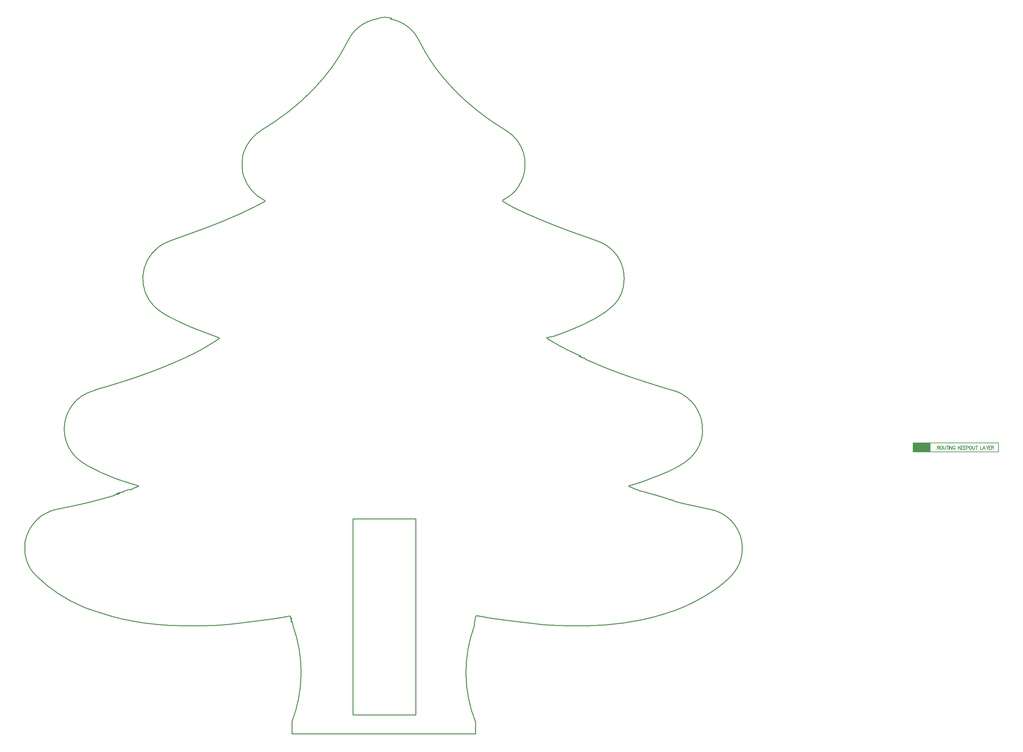
<source format=gko>
G04 Layer_Color=16711935*
%FSLAX44Y44*%
%MOMM*%
G71*
G01*
G75*
%ADD44C,0.1270*%
%ADD54R,4.8260X2.4130*%
%ADD70C,0.2500*%
D44*
X2932040Y1538516D02*
X3165721D01*
Y1514386D02*
Y1538516D01*
X2932040Y1514386D02*
Y1538516D01*
Y1514386D02*
X3165721D01*
X2998080Y1530132D02*
Y1521244D01*
Y1530132D02*
X3001890D01*
X3003159Y1529709D01*
X3003582Y1529285D01*
X3004006Y1528439D01*
Y1527592D01*
X3003582Y1526746D01*
X3003159Y1526323D01*
X3001890Y1525899D01*
X2998080D01*
X3001043D02*
X3004006Y1521244D01*
X3008535Y1530132D02*
X3007688Y1529709D01*
X3006841Y1528862D01*
X3006418Y1528015D01*
X3005995Y1526746D01*
Y1524630D01*
X3006418Y1523360D01*
X3006841Y1522513D01*
X3007688Y1521667D01*
X3008535Y1521244D01*
X3010227D01*
X3011074Y1521667D01*
X3011920Y1522513D01*
X3012344Y1523360D01*
X3012767Y1524630D01*
Y1526746D01*
X3012344Y1528015D01*
X3011920Y1528862D01*
X3011074Y1529709D01*
X3010227Y1530132D01*
X3008535D01*
X3014841D02*
Y1523783D01*
X3015264Y1522513D01*
X3016111Y1521667D01*
X3017380Y1521244D01*
X3018227D01*
X3019496Y1521667D01*
X3020343Y1522513D01*
X3020766Y1523783D01*
Y1530132D01*
X3026184D02*
Y1521244D01*
X3023221Y1530132D02*
X3029146D01*
X3030204D02*
Y1521244D01*
X3032067Y1530132D02*
Y1521244D01*
Y1530132D02*
X3037992Y1521244D01*
Y1530132D02*
Y1521244D01*
X3046796Y1528015D02*
X3046372Y1528862D01*
X3045526Y1529709D01*
X3044679Y1530132D01*
X3042986D01*
X3042140Y1529709D01*
X3041294Y1528862D01*
X3040870Y1528015D01*
X3040447Y1526746D01*
Y1524630D01*
X3040870Y1523360D01*
X3041294Y1522513D01*
X3042140Y1521667D01*
X3042986Y1521244D01*
X3044679D01*
X3045526Y1521667D01*
X3046372Y1522513D01*
X3046796Y1523360D01*
Y1524630D01*
X3044679D02*
X3046796D01*
X3055811Y1530132D02*
Y1521244D01*
X3061736Y1530132D02*
X3055811Y1524206D01*
X3057927Y1526323D02*
X3061736Y1521244D01*
X3069228Y1530132D02*
X3063725D01*
Y1521244D01*
X3069228D01*
X3063725Y1525899D02*
X3067111D01*
X3076211Y1530132D02*
X3070709D01*
Y1521244D01*
X3076211D01*
X3070709Y1525899D02*
X3074095D01*
X3077692Y1525476D02*
X3081501D01*
X3082771Y1525899D01*
X3083195Y1526323D01*
X3083618Y1527169D01*
Y1528439D01*
X3083195Y1529285D01*
X3082771Y1529709D01*
X3081501Y1530132D01*
X3077692D01*
Y1521244D01*
X3088146Y1530132D02*
X3087300Y1529709D01*
X3086454Y1528862D01*
X3086030Y1528015D01*
X3085607Y1526746D01*
Y1524630D01*
X3086030Y1523360D01*
X3086454Y1522513D01*
X3087300Y1521667D01*
X3088146Y1521244D01*
X3089839D01*
X3090686Y1521667D01*
X3091532Y1522513D01*
X3091956Y1523360D01*
X3092379Y1524630D01*
Y1526746D01*
X3091956Y1528015D01*
X3091532Y1528862D01*
X3090686Y1529709D01*
X3089839Y1530132D01*
X3088146D01*
X3094453D02*
Y1523783D01*
X3094876Y1522513D01*
X3095722Y1521667D01*
X3096992Y1521244D01*
X3097839D01*
X3099108Y1521667D01*
X3099955Y1522513D01*
X3100378Y1523783D01*
Y1530132D01*
X3105796D02*
Y1521244D01*
X3102833Y1530132D02*
X3108758D01*
X3116800D02*
Y1521244D01*
X3121879D01*
X3129624D02*
X3126238Y1530132D01*
X3122852Y1521244D01*
X3124122Y1524206D02*
X3128354D01*
X3131698Y1530132D02*
X3135084Y1525899D01*
Y1521244D01*
X3138470Y1530132D02*
X3135084Y1525899D01*
X3145115Y1530132D02*
X3139613D01*
Y1521244D01*
X3145115D01*
X3139613Y1525899D02*
X3142999D01*
X3146596Y1530132D02*
Y1521244D01*
Y1530132D02*
X3150405D01*
X3151675Y1529709D01*
X3152098Y1529285D01*
X3152522Y1528439D01*
Y1527592D01*
X3152098Y1526746D01*
X3151675Y1526323D01*
X3150405Y1525899D01*
X3146596D01*
X3149559D02*
X3152522Y1521244D01*
D54*
X2956170Y1526451D02*
D03*
D70*
X1732652Y1047951D02*
G03*
X1731850Y1038600I15416J-6033D01*
G01*
X1849849Y1050049D02*
G03*
X1913046Y1042623I158977J1080352D01*
G01*
X1505570Y2699280D02*
G03*
X1466864Y2698454I-18214J-53787D01*
G01*
X696570Y1684280D02*
G03*
X734321Y1695075I-11237601J39371284D01*
G01*
X1731850Y1038600D02*
G03*
X1735136Y775715I341681J-127193D01*
G01*
X1232740Y775710D02*
G03*
X1236026Y1038595I-352137J135864D01*
G01*
X502545Y1269877D02*
G03*
X503649Y1269780I557J2D01*
G01*
X507792Y1285850D02*
G03*
X503649Y1269780I107110J-36184D01*
G01*
X514133Y1300519D02*
G03*
X507792Y1285850I85854J-45814D01*
G01*
X522916Y1314201D02*
G03*
X514133Y1300519I80352J-61247D01*
G01*
X534356Y1327323D02*
G03*
X522917Y1314201I94001J-93493D01*
G01*
X541249Y1333994D02*
G03*
X534356Y1327323I171254J-183852D01*
G01*
X546418Y1338320D02*
G03*
X541249Y1333994I38199J-50885D01*
G01*
X551713Y1341831D02*
G03*
X546418Y1338321I27266J-46886D01*
G01*
X558880Y1345734D02*
G03*
X551713Y1341831I65890J-129527D01*
G01*
X568893Y1350547D02*
G03*
X558880Y1345734I102382J-225766D01*
G01*
X576794Y1353672D02*
G03*
X568893Y1350547I27783J-81809D01*
G01*
X585258Y1356116D02*
G03*
X576794Y1353672I22170J-92654D01*
G01*
X597238Y1358760D02*
G03*
X585258Y1356116I68766J-340094D01*
G01*
X597238Y1358760D02*
G03*
X613189Y1362012I-1005664J4973697D01*
G01*
Y1362012D02*
G03*
X628532Y1365194I-876345J4263630D01*
G01*
X628532Y1365194D02*
G03*
X642703Y1368188I-771063J3684246D01*
G01*
X642703Y1368188D02*
G03*
X655090Y1370868I-461557J2163785D01*
G01*
X655090D02*
G03*
X682661Y1377399I-181609J828102D01*
G01*
X682661Y1377399D02*
G03*
X714670Y1385908I-389083J1528159D01*
G01*
X714670Y1385908D02*
G03*
X747283Y1395009I-2478496J8944450D01*
G01*
X747283Y1395009D02*
G03*
X747687Y1396526I-247J878D01*
G01*
X747734Y1396760D02*
G03*
X747687Y1396526I55J-133D01*
G01*
X748459Y1396993D02*
G03*
X747734Y1396761I1032J-4452D01*
G01*
X749614Y1397192D02*
G03*
X748459Y1396993I1143J-10116D01*
G01*
X751100Y1397317D02*
G03*
X749614Y1397192I1462J-26219D01*
G01*
X751100Y1397317D02*
G03*
X752937Y1397547I-749J13441D01*
G01*
D02*
G03*
X755199Y1398073I-6316J32267D01*
G01*
X755199D02*
G03*
X757499Y1398782I-8991J33272D01*
G01*
D02*
G03*
X759474Y1399580I-6950J20038D01*
G01*
X759474Y1399580D02*
G03*
X762494Y1400988I-361326J779015D01*
G01*
X762494D02*
G03*
X762744Y1401232I-224J479D01*
G01*
X762744Y1401232D02*
G03*
X762646Y1401360I-81J40D01*
G01*
X762646Y1401360D02*
G03*
X760103Y1400852I63401J-323603D01*
G01*
X753396Y1399494D02*
G03*
X760103Y1400852I-414042J2063140D01*
G01*
X752998Y1399691D02*
G03*
X753396Y1399494I327J161D01*
G01*
X753140Y1400030D02*
G03*
X752998Y1399691I77J-232D01*
G01*
X759474Y1402131D02*
G03*
X753140Y1400030I598390J-1815013D01*
G01*
X763270Y1403270D02*
G03*
X759474Y1402131I19370J-71409D01*
G01*
X766874Y1404122D02*
G03*
X763270Y1403270I11185J-55370D01*
G01*
X769915Y1404643D02*
G03*
X766874Y1404122I7171J-51076D01*
G01*
X771422Y1404544D02*
G03*
X769915Y1404642I-990J-3577D01*
G01*
X771421Y1404544D02*
G03*
X772503Y1404270I6673J24114D01*
G01*
X772503Y1404271D02*
G03*
X772897Y1404304I144J629D01*
G01*
X772897Y1404304D02*
G03*
X772931Y1404496I-45J107D01*
G01*
Y1404496D02*
G03*
X772373Y1404943I-3733J-4090D01*
G01*
X772534Y1406337D02*
G03*
X772373Y1404943I296J-741D01*
G01*
X779604Y1408885D02*
G03*
X772534Y1406337I33703J-104600D01*
G01*
X787245Y1411048D02*
G03*
X779604Y1408885I26285J-107451D01*
G01*
X790934Y1410924D02*
G03*
X787245Y1411048I-2066J-6510D01*
G01*
X790934Y1410924D02*
G03*
X791964Y1410693I1828J5758D01*
G01*
Y1410694D02*
G03*
X792753Y1410747I263J1973D01*
G01*
Y1410747D02*
G03*
X793242Y1411069I-250J910D01*
G01*
X793242D02*
G03*
X793430Y1411608I-677J539D01*
G01*
X793587Y1412112D02*
G03*
X793430Y1411608I731J-503D01*
G01*
X794001Y1412435D02*
G03*
X793587Y1412112I305J-818D01*
G01*
X794632Y1412515D02*
G03*
X794001Y1412435I-143J-1390D01*
G01*
X795382Y1412336D02*
G03*
X794632Y1412516I-1050J-2735D01*
G01*
X795382Y1412336D02*
G03*
X796089Y1412123I1818J4740D01*
G01*
D02*
G03*
X796554Y1412142I198J880D01*
G01*
X796554Y1412142D02*
G03*
X796725Y1412362I-72J232D01*
G01*
X796724Y1412362D02*
G03*
X796631Y1412725I-632J31D01*
G01*
X796769Y1413307D02*
G03*
X796631Y1412725I221J-360D01*
G01*
X798631Y1414344D02*
G03*
X796769Y1413307I11165J-22235D01*
G01*
X801217Y1415493D02*
G03*
X798631Y1414344I10809J-27824D01*
G01*
X804426Y1416639D02*
G03*
X801217Y1415493I19338J-59191D01*
G01*
X804426Y1416639D02*
G03*
X807751Y1417766I-49642J151942D01*
G01*
Y1417766D02*
G03*
X810711Y1418856I-34529J98315D01*
G01*
X810711Y1418856D02*
G03*
X813160Y1419829I-46663J121017D01*
G01*
X813160Y1419829D02*
G03*
X813889Y1420288I-946J2312D01*
G01*
X813889D02*
G03*
X813793Y1420773I-193J214D01*
G01*
X813793D02*
G03*
X808936Y1422467I-110409J-308907D01*
G01*
X808936Y1422467D02*
G03*
X802961Y1424377I-55438J-163134D01*
G01*
X802961Y1424377D02*
G03*
X795671Y1426479I-105089J-350659D01*
G01*
X752808Y1440302D02*
G03*
X795671Y1426479I187854J509145D01*
G01*
X710425Y1457859D02*
G03*
X752808Y1440302I244597J530507D01*
G01*
X673268Y1476882D02*
G03*
X710425Y1457859I249679J441918D01*
G01*
X647035Y1495010D02*
G03*
X673268Y1476882I113100J135623D01*
G01*
X640224Y1501563D02*
G03*
X647035Y1495010I49476J44608D01*
G01*
X633022Y1510258D02*
G03*
X640224Y1501563I107182J81448D01*
G01*
X626370Y1519805D02*
G03*
X633022Y1510258I118829J75696D01*
G01*
X621208Y1528997D02*
G03*
X626370Y1519805I85346J41887D01*
G01*
X611658Y1558226D02*
G03*
X621208Y1528997I108127J19152D01*
G01*
X610712Y1588685D02*
G03*
X611658Y1558226I105325J-11971D01*
G01*
X618488Y1618364D02*
G03*
X610712Y1588685I99108J-41827D01*
G01*
X634428Y1645308D02*
G03*
X618488Y1618364I91322J-72212D01*
G01*
X645527Y1657192D02*
G03*
X634428Y1645308I66589J-73316D01*
G01*
X658422Y1667101D02*
G03*
X645527Y1657192I53707J-83238D01*
G01*
X673451Y1675222D02*
G03*
X658422Y1667101I44701J-100692D01*
G01*
X690933Y1681766D02*
G03*
X673451Y1675222I46104J-149776D01*
G01*
X697736Y1683857D02*
G03*
X690933Y1681766I2650254J-8634402D01*
G01*
X734321Y1695075D02*
G03*
X776722Y1708364I-1001954J3271210D01*
G01*
X776722D02*
G03*
X812426Y1720230I-539232J1682150D01*
G01*
Y1720230D02*
G03*
X844830Y1731816I-471326J1369289D01*
G01*
Y1731816D02*
G03*
X877064Y1744208I-510843J1376874D01*
G01*
X877064Y1744208D02*
G03*
X908395Y1757154I-481148J1208894D01*
G01*
X908395Y1757154D02*
G03*
X939260Y1770864I-504816J1178059D01*
G01*
Y1770864D02*
G03*
X966710Y1783958I-458063J995628D01*
G01*
X966710Y1783958D02*
G03*
X987107Y1794836I-165115J334150D01*
G01*
X987107Y1794836D02*
G03*
X1000454Y1802760I-260703J454297D01*
G01*
X1000454D02*
G03*
X1016944Y1813058I-667463J1087159D01*
G01*
Y1813058D02*
G03*
X1034307Y1824110I-5630042J8864388D01*
G01*
X1034308Y1824110D02*
G03*
X1034892Y1825186I-680J1066D01*
G01*
X1034892Y1825186D02*
G03*
X1034603Y1825604I-452J-3D01*
G01*
X1034603Y1825604D02*
G03*
X1023345Y1829952I-3592605J-9286524D01*
G01*
X1023345Y1829952D02*
G03*
X1010658Y1834765I-460261J-1194005D01*
G01*
X1010658Y1834765D02*
G03*
X995591Y1840335I-875167J-2344160D01*
G01*
X975195Y1848002D02*
G03*
X995591Y1840335I453023J1174247D01*
G01*
X957761Y1854999D02*
G03*
X975195Y1848002I268629J644101D01*
G01*
X941222Y1862174D02*
G03*
X957761Y1854999I260968J578911D01*
G01*
X923596Y1870361D02*
G03*
X941222Y1862174I369860J773167D01*
G01*
X898376Y1882910D02*
G03*
X923596Y1870361I417533J807556D01*
G01*
X880675Y1892974D02*
G03*
X898376Y1882910I135144J217086D01*
G01*
X867211Y1902383D02*
G03*
X880675Y1892974I95211J121903D01*
G01*
X855684Y1912639D02*
G03*
X867211Y1902383I85737J84759D01*
G01*
X831779Y1950108D02*
G03*
X855684Y1912639I99090J36858D01*
G01*
X825223Y1994290D02*
G03*
X831779Y1950108I107544J-6618D01*
G01*
X837148Y2037485D02*
G03*
X825223Y1994290I96419J-49862D01*
G01*
X865500Y2072150D02*
G03*
X837148Y2037485I67830J-84405D01*
G01*
X875427Y2079221D02*
G03*
X865499Y2072150I55922J-89011D01*
G01*
X886165Y2085143D02*
G03*
X875427Y2079221I46536J-97083D01*
G01*
X900176Y2091158D02*
G03*
X886165Y2085143I65502J-171898D01*
G01*
X921081Y2098792D02*
G03*
X900176Y2091158I263395J-753719D01*
G01*
X921081Y2098792D02*
G03*
X987951Y2122848I-1283934J3674030D01*
G01*
X987951Y2122848D02*
G03*
X1042666Y2144104I-632990J1710378D01*
G01*
X1042666Y2144104D02*
G03*
X1089401Y2164175I-505029J1240439D01*
G01*
X1089401D02*
G03*
X1131672Y2184532I-399749J884145D01*
G01*
X1131672Y2184532D02*
G03*
X1141646Y2189674I-851418J1663852D01*
G01*
X1141646D02*
G03*
X1150317Y2194226I-500854J964440D01*
G01*
X1150317Y2194226D02*
G03*
X1157726Y2198176I-1081391J2037245D01*
G01*
X1157726Y2198176D02*
G03*
X1159031Y2199055I-3702J6911D01*
G01*
X1159032D02*
G03*
X1159434Y2199892I-711J857D01*
G01*
X1159434Y2199892D02*
G03*
X1159081Y2200790I-1262J22D01*
G01*
X1159081Y2200790D02*
G03*
X1157666Y2201907I-4781J-4601D01*
G01*
X1157666Y2201907D02*
G03*
X1154694Y2203562I-36062J-61265D01*
G01*
X1137215Y2215024D02*
G03*
X1154694Y2203562I68075J84752D01*
G01*
X1122222Y2229636D02*
G03*
X1137215Y2215024I83520J70702D01*
G01*
X1110175Y2246965D02*
G03*
X1122222Y2229636I96973J54563D01*
G01*
X1101433Y2266479D02*
G03*
X1110175Y2246965I110881J37955D01*
G01*
X1098929Y2274435D02*
G03*
X1101433Y2266479I161330J46412D01*
G01*
X1097804Y2279921D02*
G03*
X1098929Y2274435I35690J4458D01*
G01*
X1097347Y2286455D02*
G03*
X1097804Y2279921I60307J942D01*
G01*
X1097236Y2300082D02*
G03*
X1097347Y2286455I908755J558D01*
G01*
X1097330Y2313631D02*
G03*
X1097236Y2300082I892695J-12998D01*
G01*
X1097777Y2320222D02*
G03*
X1097330Y2313631I61732J-7497D01*
G01*
X1098881Y2325750D02*
G03*
X1097777Y2320222I35684J-9995D01*
G01*
X1101314Y2333665D02*
G03*
X1098881Y2325750I155786J-52233D01*
G01*
X1109278Y2351550D02*
G03*
X1101314Y2333665I89439J-50543D01*
G01*
X1120712Y2368221D02*
G03*
X1109278Y2351550I90134J-74069D01*
G01*
X1135076Y2382943D02*
G03*
X1120712Y2368222I78969J-91419D01*
G01*
X1151745Y2395034D02*
G03*
X1135076Y2382943I62673J-103942D01*
G01*
X1151745Y2395034D02*
G03*
X1225430Y2445765I-382860J634968D01*
G01*
X1225430Y2445765D02*
G03*
X1289555Y2503260I-392441J502204D01*
G01*
X1289555Y2503260D02*
G03*
X1342616Y2566082I-415863J405067D01*
G01*
Y2566082D02*
G03*
X1383268Y2632728I-381377J278346D01*
G01*
X1390927Y2646731D02*
G03*
X1383268Y2632728I192881J-114598D01*
G01*
X1398431Y2657786D02*
G03*
X1390927Y2646731I87914J-67747D01*
G01*
X1406695Y2667164D02*
G03*
X1398431Y2657787I67027J-67397D01*
G01*
X1416624Y2676013D02*
G03*
X1406695Y2667164I75915J-95168D01*
G01*
X1427769Y2683678D02*
G03*
X1416624Y2676013I48355J-82255D01*
G01*
X1440532Y2690188D02*
G03*
X1427769Y2683678I48016J-109899D01*
G01*
X1453910Y2695100D02*
G03*
X1440532Y2690188I34174J-113750D01*
G01*
X1466897Y2697979D02*
G03*
X1453910Y2695100I13002J-89382D01*
G01*
X1466897Y2697979D02*
G03*
X1466864Y2698454I-34J236D01*
G01*
X1516474Y2694042D02*
G03*
X1502948Y2697413I-32545J-101741D01*
G01*
X1529447Y2688937D02*
G03*
X1516474Y2694042I-45542J-96707D01*
G01*
X1541765Y2682132D02*
G03*
X1529447Y2688937I-58742J-91776D01*
G01*
X1553333Y2673686D02*
G03*
X1541765Y2682132I-74591J-90020D01*
G01*
X1561679Y2665945D02*
G03*
X1553333Y2673686I-73383J-70748D01*
G01*
X1568858Y2657529D02*
G03*
X1561679Y2665945I-72662J-54715D01*
G01*
X1575624Y2647456D02*
G03*
X1568858Y2657529I-96636J-57598D01*
G01*
X1582754Y2634615D02*
G03*
X1575624Y2647455I-212894J-109805D01*
G01*
X1582754Y2634615D02*
G03*
X1596822Y2608625I658156J339457D01*
G01*
X1596822Y2608625D02*
G03*
X1610357Y2586298I393142J223062D01*
G01*
Y2586299D02*
G03*
X1624761Y2565415I355713J229946D01*
G01*
X1624761Y2565415D02*
G03*
X1641442Y2543827I456205J335265D01*
G01*
X1641442Y2543827D02*
G03*
X1663126Y2518520I488497J396614D01*
G01*
X1663126Y2518520D02*
G03*
X1685616Y2495018I423828J383070D01*
G01*
X1685616Y2495018D02*
G03*
X1709822Y2472422I416764J422198D01*
G01*
X1709822Y2472422D02*
G03*
X1736662Y2449833I494290J560068D01*
G01*
X1736662D02*
G03*
X1754424Y2435945I563596J702493D01*
G01*
X1754424D02*
G03*
X1770627Y2424044I345542J453511D01*
G01*
X1770627Y2424044D02*
G03*
X1786986Y2412905I317834J449154D01*
G01*
X1786986Y2412905D02*
G03*
X1805203Y2401331I425999J650411D01*
G01*
X1823362Y2389599D02*
G03*
X1805205Y2401330I-281486J-415753D01*
G01*
X1835382Y2380361D02*
G03*
X1823360Y2389600I-82841J-95358D01*
G01*
X1844453Y2371170D02*
G03*
X1835382Y2380361I-64292J-54375D01*
G01*
X1852834Y2359953D02*
G03*
X1844453Y2371170I-97058J-63783D01*
G01*
X1860851Y2345712D02*
G03*
X1852834Y2359954I-107511J-51143D01*
G01*
X1866366Y2331221D02*
G03*
X1860851Y2345712I-92737J-27000D01*
G01*
X1869511Y2315969D02*
G03*
X1866366Y2331221I-96774J-12008D01*
G01*
X1870448Y2299453D02*
G03*
X1869511Y2315969I-123962J1252D01*
G01*
X1869804Y2286726D02*
G03*
X1870448Y2299453I-156912J14317D01*
G01*
X1868121Y2275841D02*
G03*
X1869804Y2286726I-86265J18910D01*
G01*
X1865157Y2265553D02*
G03*
X1868121Y2275841I-77804J27994D01*
G01*
X1860629Y2254659D02*
G03*
X1865156Y2265553I-109936J52076D01*
G01*
X1852433Y2239517D02*
G03*
X1860629Y2254659I-136687J83775D01*
G01*
X1843560Y2227341D02*
G03*
X1852433Y2239517I-71612J61504D01*
G01*
X1821750Y2209391D02*
G03*
X1833499Y2217501I-42717J74453D01*
G01*
X1821750Y2209391D02*
G03*
X1817659Y2207025I354203J-617312D01*
G01*
X1817659Y2207025D02*
G03*
X1813850Y2204786I273742J-469885D01*
G01*
X1813850Y2204786D02*
G03*
X1810663Y2202879I279797J-471380D01*
G01*
X1810663Y2202879D02*
G03*
X1809264Y2201980I14812J-24574D01*
G01*
X1809264Y2201980D02*
G03*
X1808866Y2200755I596J-871D01*
G01*
D02*
G03*
X1809946Y2199224I3281J1169D01*
G01*
X1809946Y2199225D02*
G03*
X1813376Y2196800I19390J23786D01*
G01*
X1813376Y2196800D02*
G03*
X1821841Y2191728I359461J590370D01*
G01*
X1821840Y2191728D02*
G03*
X1836696Y2183540I149044J252835D01*
G01*
D02*
G03*
X1855124Y2174444I287074J558422D01*
G01*
X1855125Y2174444D02*
G03*
X1878210Y2163884I415596J877952D01*
G01*
D02*
G03*
X1907701Y2151085I997470J2257949D01*
G01*
D02*
G03*
X1932025Y2141028I472694J1108864D01*
G01*
X1932024Y2141028D02*
G03*
X1961605Y2129388I947740J2365128D01*
G01*
X1961605Y2129388D02*
G03*
X1991012Y2118239I908114J2350767D01*
G01*
X1991012Y2118239D02*
G03*
X2014688Y2109754I363055J975861D01*
G01*
X2042706Y2099980D02*
G03*
X2014688Y2109754I-1349338J-3822659D01*
G01*
X2062918Y2092632D02*
G03*
X2042706Y2099980I-403181J-1077597D01*
G01*
X2077451Y2087012D02*
G03*
X2062918Y2092632I-263017J-658513D01*
G01*
X2085028Y2083437D02*
G03*
X2077451Y2087012I-33138J-60422D01*
G01*
X2108914Y2066056D02*
G03*
X2085028Y2083437I-79776J-84526D01*
G01*
X2126816Y2043685D02*
G03*
X2108914Y2066056I-88670J-52609D01*
G01*
X2137856Y2017274D02*
G03*
X2126816Y2043685I-99520J-26087D01*
G01*
X2141622Y1988052D02*
G03*
X2137856Y2017274I-115249J-0D01*
G01*
X2139785Y1966737D02*
G03*
X2141622Y1988052I-122733J21315D01*
G01*
X2134320Y1947327D02*
G03*
X2139785Y1966737I-91615J36269D01*
G01*
X2125239Y1930021D02*
G03*
X2134320Y1947328I-76572J51216D01*
G01*
X2112678Y1914941D02*
G03*
X2125239Y1930021I-65288J67151D01*
G01*
X2091547Y1897430D02*
G03*
X2112678Y1914941I-99514J141596D01*
G01*
X2063835Y1879828D02*
G03*
X2091547Y1897430I-174437J305239D01*
G01*
X2030727Y1862699D02*
G03*
X2063835Y1879828I-188597J405081D01*
G01*
X1993116Y1846614D02*
G03*
X2030727Y1862699I-235524J602737D01*
G01*
X1981737Y1842188D02*
G03*
X1993116Y1846614I-1427727J3687328D01*
G01*
X1971947Y1838425D02*
G03*
X1981737Y1842188I-769408J2016149D01*
G01*
X1963361Y1835154D02*
G03*
X1971947Y1838425I-2835116J7454798D01*
G01*
X1962408Y1834895D02*
G03*
X1963361Y1835154I-830J4947D01*
G01*
X1962408Y1834895D02*
G03*
X1961815Y1834746I626J-3733D01*
G01*
D02*
G03*
X1961058Y1834458I3669J-10785D01*
G01*
X1961058Y1834458D02*
G03*
X1960272Y1834093I4816J-11428D01*
G01*
X1960273D02*
G03*
X1959579Y1833702I4022J-7940D01*
G01*
X1958974Y1833398D02*
G03*
X1959578Y1833702I-1337J3412D01*
G01*
X1958463Y1833307D02*
G03*
X1958974Y1833398I29J1321D01*
G01*
X1958128Y1833436D02*
G03*
X1958463Y1833307I346J400D01*
G01*
X1957987Y1833737D02*
G03*
X1958128Y1833436I409J8D01*
G01*
X1957987Y1833737D02*
G03*
X1957883Y1833965I-314J-6D01*
G01*
X1957883Y1833965D02*
G03*
X1957677Y1833988I-119J-133D01*
G01*
X1957677Y1833988D02*
G03*
X1957349Y1833710I545J-976D01*
G01*
X1957349Y1833710D02*
G03*
X1956957Y1833163I4810J-3850D01*
G01*
X1955479Y1832033D02*
G03*
X1956957Y1833163I-795J2572D01*
G01*
X1950441Y1830616D02*
G03*
X1955480Y1832033I-25055J98761D01*
G01*
X1943406Y1829040D02*
G03*
X1950441Y1830617I-24685J126618D01*
G01*
X1933628Y1827244D02*
G03*
X1943407Y1829040I-76986J446817D01*
G01*
X1936772Y1821030D02*
G03*
X1950237Y1812586I149123J222841D01*
G01*
X1950237D02*
G03*
X1967155Y1803031I300516J512347D01*
G01*
X1967154Y1803031D02*
G03*
X1985071Y1793665I300168J552393D01*
G01*
X1985071Y1793666D02*
G03*
X2001709Y1785743I195038J388184D01*
G01*
X2010028Y1781961D02*
G03*
X2001709Y1785743I-529210J-1152747D01*
G01*
X2017031Y1778695D02*
G03*
X2010028Y1781961I-278937J-589080D01*
G01*
X2023223Y1775758D02*
G03*
X2017031Y1778695I-1895878J-3987815D01*
G01*
X2023404Y1775471D02*
G03*
X2023222Y1775758I-318J-0D01*
G01*
X2023242Y1775307D02*
G03*
X2023404Y1775471I-3J164D01*
G01*
X2022388Y1775326D02*
G03*
X2023242Y1775307I684J11092D01*
G01*
X2021272Y1775446D02*
G03*
X2022388Y1775326I1884J12344D01*
G01*
X2019945Y1775684D02*
G03*
X2021272Y1775446I5213J25215D01*
G01*
X2019945Y1775684D02*
G03*
X2017975Y1776070I-19911J-96289D01*
G01*
Y1776070D02*
G03*
X2017875Y1775917I-18J-98D01*
G01*
X2017875Y1775917D02*
G03*
X2018241Y1775605I755J516D01*
G01*
X2018241Y1775605D02*
G03*
X2020817Y1774409I150805J321341D01*
G01*
Y1774409D02*
G03*
X2022600Y1773695I7995J17396D01*
G01*
X2022600Y1773696D02*
G03*
X2024377Y1773196I5304J15460D01*
G01*
X2024377Y1773196D02*
G03*
X2025917Y1772949I2881J13038D01*
G01*
X2025917Y1772949D02*
G03*
X2026856Y1773075I206J2037D01*
G01*
X2027470Y1773254D02*
G03*
X2026856Y1773075I783J-3819D01*
G01*
X2027861Y1773211D02*
G03*
X2027470Y1773254I-262J-588D01*
G01*
X2027996Y1772986D02*
G03*
X2027861Y1773211I-228J16D01*
G01*
X2027878Y1772619D02*
G03*
X2027996Y1772986I-686J424D01*
G01*
X2027878Y1772619D02*
G03*
X2027965Y1771630I706J-436D01*
G01*
X2027965D02*
G03*
X2029206Y1770768I2425J2168D01*
G01*
X2029205D02*
G03*
X2031022Y1770402I1953J4993D01*
G01*
Y1770402D02*
G03*
X2032515Y1770805I69J2708D01*
G01*
X2032990Y1771054D02*
G03*
X2032515Y1770805I1509J-3460D01*
G01*
X2033240Y1771033D02*
G03*
X2032990Y1771054I-145J-219D01*
G01*
X2033305Y1770833D02*
G03*
X2033240Y1771033I-159J59D01*
G01*
X2033103Y1770417D02*
G03*
X2033305Y1770833I-1978J1222D01*
G01*
X2033103Y1770418D02*
G03*
X2033365Y1769312I683J-422D01*
G01*
X2033365Y1769312D02*
G03*
X2037324Y1767052I36131J58676D01*
G01*
X2037324Y1767052D02*
G03*
X2043436Y1764077I48324J91534D01*
G01*
X2043436Y1764077D02*
G03*
X2052958Y1759935I216747J485269D01*
G01*
X2055550Y1758832D02*
G03*
X2052958Y1759935I-283654J-662670D01*
G01*
X2058138Y1757718D02*
G03*
X2055550Y1758832I-286290J-661699D01*
G01*
X2060394Y1756737D02*
G03*
X2058138Y1757718I-258226J-590627D01*
G01*
X2061762Y1756126D02*
G03*
X2060394Y1756737I-40104J-87985D01*
G01*
X2061762Y1756126D02*
G03*
X2081277Y1747729I206525J453117D01*
G01*
Y1747729D02*
G03*
X2106761Y1737702I508763J1255556D01*
G01*
X2106761Y1737702D02*
G03*
X2135242Y1727136I567986J1487407D01*
G01*
X2135242Y1727136D02*
G03*
X2164260Y1716986I565757J1570892D01*
G01*
Y1716986D02*
G03*
X2190455Y1708338I528996J1558210D01*
G01*
X2190454Y1708337D02*
G03*
X2225848Y1697117I1612372J5024672D01*
G01*
Y1697117D02*
G03*
X2260215Y1686459I1950826J6229612D01*
G01*
X2260215D02*
G03*
X2276190Y1681935I110802J360797D01*
G01*
X2289360Y1677413D02*
G03*
X2276190Y1681935I-35970J-83314D01*
G01*
X2302162Y1670798D02*
G03*
X2289360Y1677413I-54025J-88864D01*
G01*
X2314271Y1662268D02*
G03*
X2302163Y1670798I-69207J-85388D01*
G01*
X2325372Y1652035D02*
G03*
X2314271Y1662268I-85794J-81925D01*
G01*
X2331309Y1645497D02*
G03*
X2325372Y1652035I-133672J-115438D01*
G01*
X2335438Y1640150D02*
G03*
X2331309Y1645497I-50749J-34915D01*
G01*
X2339138Y1634138D02*
G03*
X2335438Y1640150I-60894J-33334D01*
G01*
X2343758Y1625309D02*
G03*
X2339138Y1634138I-237877J-118862D01*
G01*
X2349688Y1612216D02*
G03*
X2343758Y1625309I-174574J-71173D01*
G01*
X2353091Y1601527D02*
G03*
X2349688Y1612216I-69262J-16163D01*
G01*
X2354845Y1590176D02*
G03*
X2353091Y1601527I-75469J-5850D01*
G01*
X2355527Y1574875D02*
G03*
X2354845Y1590176I-233671J-2761D01*
G01*
X2355509Y1565669D02*
G03*
X2355527Y1574875I-333514J5268D01*
G01*
X2355155Y1559302D02*
G03*
X2355509Y1565669I-79651J7629D01*
G01*
X2354352Y1553822D02*
G03*
X2355154Y1559302I-54562J10784D01*
G01*
X2352926Y1547720D02*
G03*
X2354353Y1553822I-87750J23728D01*
G01*
X2348153Y1534075D02*
G03*
X2352926Y1547720I-91631J39711D01*
G01*
X2341379Y1520972D02*
G03*
X2348153Y1534075I-92547J56147D01*
G01*
X2332769Y1508717D02*
G03*
X2341379Y1520972I-86827J70156D01*
G01*
X2322522Y1497604D02*
G03*
X2332769Y1508717I-79857J83917D01*
G01*
X2306818Y1484991D02*
G03*
X2322522Y1497604I-67120J99648D01*
G01*
X2285550Y1472012D02*
G03*
X2306818Y1484991I-133971J243450D01*
G01*
X2260626Y1459608D02*
G03*
X2285550Y1472012I-137665J307861D01*
G01*
X2233651Y1448698D02*
G03*
X2260626Y1459608I-137239J378137D01*
G01*
X2233651Y1448698D02*
G03*
X2225801Y1445795I231845J-638824D01*
G01*
X2225801Y1445795D02*
G03*
X2217476Y1442608I308383J-818130D01*
G01*
X2217476Y1442608D02*
G03*
X2209872Y1439608I287695J-740304D01*
G01*
X2209872Y1439608D02*
G03*
X2204504Y1437371I78179J-195194D01*
G01*
X2199072Y1435207D02*
G03*
X2204504Y1437371I-34003J93245D01*
G01*
X2191232Y1432442D02*
G03*
X2199072Y1435207I-126044J369908D01*
G01*
X2182577Y1429594D02*
G03*
X2191232Y1432442I-130801J412097D01*
G01*
X2174336Y1427091D02*
G03*
X2182577Y1429594I-96186J331521D01*
G01*
X2174336Y1427091D02*
G03*
X2166833Y1424889I349833J-1205752D01*
G01*
X2166833Y1424889D02*
G03*
X2160434Y1422955I191665J-645555D01*
G01*
X2160434D02*
G03*
X2154819Y1421221I842300J-2737094D01*
G01*
X2154819Y1421221D02*
G03*
X2154362Y1420945I329J-1062D01*
G01*
X2154362Y1420945D02*
G03*
X2154518Y1420088I374J-374D01*
G01*
X2154518Y1420089D02*
G03*
X2164139Y1415795I436026J964170D01*
G01*
X2164139Y1415795D02*
G03*
X2173242Y1411968I118627J269427D01*
G01*
X2173242Y1411968D02*
G03*
X2178985Y1410104I16708J41687D01*
G01*
X2181053Y1409497D02*
G03*
X2178985Y1410104I-8878J-26440D01*
G01*
X2182796Y1408797D02*
G03*
X2181053Y1409497I-6898J-14647D01*
G01*
X2184083Y1408099D02*
G03*
X2182796Y1408796I-6766J-10941D01*
G01*
X2184382Y1407562D02*
G03*
X2184083Y1408099I-631J0D01*
G01*
X2184382Y1407562D02*
G03*
X2184476Y1407171I860J-0D01*
G01*
Y1407170D02*
G03*
X2184731Y1406943I422J216D01*
G01*
X2184731Y1406943D02*
G03*
X2185116Y1406922I226J602D01*
G01*
X2185116Y1406922D02*
G03*
X2185571Y1407115I-402J1580D01*
G01*
X2186477Y1407277D02*
G03*
X2185571Y1407115I-247J-1228D01*
G01*
X2190218Y1406478D02*
G03*
X2186477Y1407277I-35283J-156048D01*
G01*
X2194668Y1405370D02*
G03*
X2190218Y1406478I-27720J-101797D01*
G01*
X2199720Y1403915D02*
G03*
X2194668Y1405370I-52826J-174008D01*
G01*
X2199720Y1403915D02*
G03*
X2205461Y1402202I185797J611958D01*
G01*
X2205461Y1402202D02*
G03*
X2212012Y1400302I301945J1029167D01*
G01*
Y1400302D02*
G03*
X2218350Y1398508I283095J988100D01*
G01*
X2218350Y1398508D02*
G03*
X2223369Y1397140I108985J389834D01*
G01*
X2239358Y1392716D02*
G03*
X2223369Y1397140I-225327J-783238D01*
G01*
X2253134Y1388520D02*
G03*
X2239358Y1392716I-142091J-441823D01*
G01*
X2264979Y1384649D02*
G03*
X2253134Y1388520I-415132J-1250129D01*
G01*
X2265345Y1383640D02*
G03*
X2264979Y1384649I-582J360D01*
G01*
X2265345Y1383640D02*
G03*
X2265377Y1383297I244J-151D01*
G01*
X2265377Y1383297D02*
G03*
X2265776Y1383087I487J441D01*
G01*
X2265776Y1383087D02*
G03*
X2266623Y1383089I416J3085D01*
G01*
D02*
G03*
X2267772Y1383313I-1517J10849D01*
G01*
X2269056Y1383518D02*
G03*
X2267772Y1383313I529J-7425D01*
G01*
X2270244Y1383467D02*
G03*
X2269056Y1383518I-817J-5167D01*
G01*
X2271192Y1383181D02*
G03*
X2270244Y1383467I-1519J-3322D01*
G01*
X2271757Y1382684D02*
G03*
X2271192Y1383181I-1104J-682D01*
G01*
X2271757Y1382684D02*
G03*
X2272269Y1382201I1156J714D01*
G01*
Y1382201D02*
G03*
X2273078Y1381911I1372J2554D01*
G01*
X2273078Y1381911D02*
G03*
X2274047Y1381849I720J3636D01*
G01*
X2274047Y1381849D02*
G03*
X2275030Y1382035I-280J4167D01*
G01*
X2276107Y1382304D02*
G03*
X2275030Y1382035I1599J-8700D01*
G01*
X2276704Y1382218D02*
G03*
X2276107Y1382304I-426J-845D01*
G01*
X2276934Y1381837D02*
G03*
X2276704Y1382218I-418J8D01*
G01*
X2276799Y1381143D02*
G03*
X2276934Y1381837I-1915J732D01*
G01*
X2276799Y1381143D02*
G03*
X2277637Y1379483I1174J-449D01*
G01*
X2277637Y1379483D02*
G03*
X2290993Y1375929I181943J656775D01*
G01*
X2290993Y1375929D02*
G03*
X2310065Y1371406I141530J554324D01*
G01*
X2310065D02*
G03*
X2340329Y1364923I708984J3235598D01*
G01*
X2372873Y1358024D02*
G03*
X2340329Y1364923I-1380746J-6433197D01*
G01*
X2386655Y1354715D02*
G03*
X2372873Y1358024I-75132J-282539D01*
G01*
X2395666Y1351790D02*
G03*
X2386655Y1354715I-31591J-81987D01*
G01*
X2404666Y1347814D02*
G03*
X2395666Y1351790I-45731J-91352D01*
G01*
X2416118Y1341328D02*
G03*
X2404666Y1347814I-69062J-108594D01*
G01*
X2425922Y1334158D02*
G03*
X2416119Y1341328I-59972J-71715D01*
G01*
X2434783Y1325722D02*
G03*
X2425922Y1334158I-69823J-64462D01*
G01*
X2443400Y1315423D02*
G03*
X2434783Y1325722I-109750J-83070D01*
G01*
X2452857Y1300630D02*
G03*
X2443400Y1315423I-98067J-52276D01*
G01*
X2459551Y1284949D02*
G03*
X2452857Y1300630I-93980J-30848D01*
G01*
X2463508Y1268189D02*
G03*
X2459551Y1284949I-99967J-14755D01*
G01*
X2464814Y1250184D02*
G03*
X2463508Y1268189I-121892J209D01*
G01*
X2460855Y1220776D02*
G03*
X2464814Y1250184I-108668J29599D01*
G01*
X2449372Y1194574D02*
G03*
X2460855Y1220776I-82681J51851D01*
G01*
X2428919Y1169486D02*
G03*
X2449372Y1194574I-90535J94692D01*
G01*
X2397744Y1143234D02*
G03*
X2428919Y1169485I-192164J259844D01*
G01*
X2379021Y1130311D02*
G03*
X2397744Y1143234I-188730J293441D01*
G01*
X2357656Y1117300D02*
G03*
X2379021Y1130311I-254204J441470D01*
G01*
X2334322Y1104577D02*
G03*
X2357656Y1117300I-262005J508263D01*
G01*
X2309663Y1092516D02*
G03*
X2334322Y1104577I-273511J590485D01*
G01*
X2285368Y1082512D02*
G03*
X2309663Y1092516I-103765J286473D01*
G01*
X2254000Y1071917D02*
G03*
X2285368Y1082512I-227115J724201D01*
G01*
X2220749Y1062270D02*
G03*
X2254000Y1071917I-207738J778098D01*
G01*
X2190343Y1055097D02*
G03*
X2220749Y1062270I-107457J523541D01*
G01*
X2140038Y1046414D02*
G03*
X2190344Y1055097I-112510J801930D01*
G01*
X2089589Y1040981D02*
G03*
X2140038Y1046414I-59377J788237D01*
G01*
X2036420Y1038598D02*
G03*
X2089589Y1040981I-12610J875651D01*
G01*
X1977893Y1039094D02*
G03*
X2036420Y1038598I40104J1278810D01*
G01*
X1958706Y1039762D02*
G03*
X1977893Y1039094I105947J2765925D01*
G01*
X1940908Y1040521D02*
G03*
X1958706Y1039762I96354J2050073D01*
G01*
X1925978Y1041275D02*
G03*
X1940908Y1040521I115376J2136113D01*
G01*
X1919648Y1041831D02*
G03*
X1925978Y1041275I11418J93651D01*
G01*
X1919648Y1041831D02*
G03*
X1913046Y1042623I-209567J-1718903D01*
G01*
X1825226Y1053044D02*
G03*
X1849849Y1050049I342441J2712690D01*
G01*
X1800640Y1056261D02*
G03*
X1825226Y1053044I366435J2704882D01*
G01*
X1779209Y1059261D02*
G03*
X1800640Y1056261I348882J2414104D01*
G01*
X1766216Y1061379D02*
G03*
X1779209Y1059261I65155J358820D01*
G01*
X1766216Y1061379D02*
G03*
X1756823Y1063082I-2900480J-15972905D01*
G01*
X1756823Y1063082D02*
G03*
X1748375Y1064607I-1892087J-10455249D01*
G01*
X1748375Y1064607D02*
G03*
X1741271Y1065885I-2480082J-13766635D01*
G01*
X1741271Y1065885D02*
G03*
X1739036Y1066275I-41449J-230835D01*
G01*
X1739036Y1066275D02*
G03*
X1737065Y1066129I-689J-4062D01*
G01*
X1737065Y1066129D02*
G03*
X1735887Y1065049I602J-1839D01*
G01*
X1735887Y1065049D02*
G03*
X1735058Y1062264I11795J-5029D01*
G01*
X1735058Y1062264D02*
G03*
X1733537Y1053379I691621J-122923D01*
G01*
Y1053379D02*
G03*
X1732652Y1047951I1873685J-308265D01*
G01*
X1503041Y2698484D02*
G03*
X1502948Y2697413I3J-540D01*
G01*
X1236026Y1038595D02*
G03*
X1233124Y1051311I-520930J-112167D01*
G01*
X1233124Y1051311D02*
G03*
X1232347Y1051244I-384J-93D01*
G01*
X1232165Y1048628D02*
G03*
X1232347Y1051244I-383470J28102D01*
G01*
X1232006Y1048386D02*
G03*
X1232165Y1048628I-140J265D01*
G01*
X1231813Y1048465D02*
G03*
X1232006Y1048386I129J40D01*
G01*
X1231162Y1050615D02*
G03*
X1231813Y1048465I204703J60862D01*
G01*
X1230882Y1051975D02*
G03*
X1231162Y1050615I8018J941D01*
G01*
X1230813Y1053458D02*
G03*
X1230882Y1051975I10560J-252D01*
G01*
X1230947Y1054841D02*
G03*
X1230813Y1053458I9399J-1609D01*
G01*
X1231287Y1055878D02*
G03*
X1230947Y1054841I3327J-1665D01*
G01*
X1231287Y1055878D02*
G03*
X1231686Y1056810I-7655J3832D01*
G01*
X1231686Y1056810D02*
G03*
X1232010Y1057860I-11068J3983D01*
G01*
X1232010Y1057860D02*
G03*
X1232218Y1058866I-10414J2682D01*
G01*
X1232218Y1058866D02*
G03*
X1232259Y1059651I-3704J584D01*
G01*
X1232259Y1059651D02*
G03*
X1232132Y1060041I-789J-42D01*
G01*
X1232132Y1060041D02*
G03*
X1231895Y1060080I-137J-89D01*
G01*
X1231895Y1060080D02*
G03*
X1231548Y1059664I767J-992D01*
G01*
X1231548Y1059664D02*
G03*
X1231145Y1058790I9513J-4916D01*
G01*
X1230493Y1057309D02*
G03*
X1231145Y1058790I-26210J12429D01*
G01*
X1230141Y1057180D02*
G03*
X1230493Y1057309I111J243D01*
G01*
X1229811Y1057562D02*
G03*
X1230141Y1057180I581J169D01*
G01*
X1229229Y1059662D02*
G03*
X1229810Y1057562I81949J21568D01*
G01*
X1228948Y1061056D02*
G03*
X1229229Y1059662I11998J1690D01*
G01*
X1228841Y1062444D02*
G03*
X1228948Y1061056I11141J164D01*
G01*
X1228902Y1063640D02*
G03*
X1228841Y1062444I9029J-1060D01*
G01*
X1229159Y1064378D02*
G03*
X1228902Y1063640I1535J-949D01*
G01*
X1229159Y1064378D02*
G03*
X1228997Y1065188I-515J318D01*
G01*
X1228997Y1065188D02*
G03*
X1227869Y1065488I-959J-1334D01*
G01*
X1227869Y1065488D02*
G03*
X1224342Y1064967I4284J-41224D01*
G01*
X1224342Y1064967D02*
G03*
X1212225Y1062618I607583J-3166466D01*
G01*
X1185964Y1058273D02*
G03*
X1212225Y1062618I-60651J448110D01*
G01*
X1130420Y1050979D02*
G03*
X1185964Y1058274I-895588J7034568D01*
G01*
X1074744Y1044144D02*
G03*
X1130420Y1050979I-734274J6211714D01*
G01*
X1042443Y1041003D02*
G03*
X1074744Y1044144I-59633J780855D01*
G01*
X1026290Y1040002D02*
G03*
X1042443Y1041003I-26808J563552D01*
G01*
X1008176Y1039326D02*
G03*
X1026290Y1040002I-23995J885965D01*
G01*
X986693Y1038926D02*
G03*
X1008176Y1039326I-13048J1275294D01*
G01*
X960068Y1038772D02*
G03*
X986693Y1038926I-3857J2979628D01*
G01*
X923425Y1039036D02*
G03*
X960068Y1038772I33849J2158356D01*
G01*
X895836Y1040006D02*
G03*
X923425Y1039036I38712J708296D01*
G01*
X868843Y1042026D02*
G03*
X895836Y1040006I63758J670661D01*
G01*
X834304Y1045646D02*
G03*
X868843Y1042026I204875J1788130D01*
G01*
X820066Y1047692D02*
G03*
X834304Y1045646I42778J247031D01*
G01*
X796153Y1051996D02*
G03*
X820066Y1047692I338830J1814310D01*
G01*
X772077Y1056664D02*
G03*
X796153Y1051995I349859J1739760D01*
G01*
X756330Y1060208D02*
G03*
X772077Y1056664I85263J342131D01*
G01*
X736486Y1065686D02*
G03*
X756330Y1060208I118886J391954D01*
G01*
X706270Y1075094D02*
G03*
X736487Y1065686I654771J2049667D01*
G01*
X676534Y1084806D02*
G03*
X706270Y1075095I765392J2293124D01*
G01*
X661495Y1090503D02*
G03*
X676534Y1084806I78767J185232D01*
G01*
X626426Y1107320D02*
G03*
X661495Y1090503I204024J380504D01*
G01*
X593128Y1127175D02*
G03*
X626426Y1107320I234709J355779D01*
G01*
X562686Y1149365D02*
G03*
X593128Y1127175I252445J314329D01*
G01*
X536177Y1173176D02*
G03*
X562687Y1149365I228748J228003D01*
G01*
X526308Y1183280D02*
G03*
X536178Y1173176I505989J484402D01*
G01*
X521259Y1189150D02*
G03*
X526308Y1183280I57622J44460D01*
G01*
X517570Y1194717D02*
G03*
X521259Y1189150I40444J22792D01*
G01*
X513306Y1202820D02*
G03*
X517570Y1194717I143056J70114D01*
G01*
X509495Y1211332D02*
G03*
X513306Y1202820I124304J50543D01*
G01*
X506604Y1219448D02*
G03*
X509494Y1211332I93507J28730D01*
G01*
X504358Y1228039D02*
G03*
X506604Y1219448I102423J22187D01*
G01*
X502495Y1238004D02*
G03*
X504358Y1228039I175335J27615D01*
G01*
X502495Y1238004D02*
G03*
X502291Y1237988I-101J-16D01*
G01*
X1833499Y2217501D02*
G03*
X1843560Y2227341I-51453J62672D01*
G01*
X502291Y1237988D02*
Y1269624D01*
X1399570Y795280D02*
Y1331280D01*
Y795280D02*
X1571570D01*
Y1331280D01*
X1399570D02*
X1571570D01*
X1735135Y744484D02*
Y775715D01*
Y744484D02*
X1735660Y743960D01*
X1232740D02*
X1735660D01*
X1232740D02*
Y775710D01*
X1928743Y1826403D02*
X1933628Y1827245D01*
X1928743Y1826403D02*
X1936772Y1821030D01*
M02*

</source>
